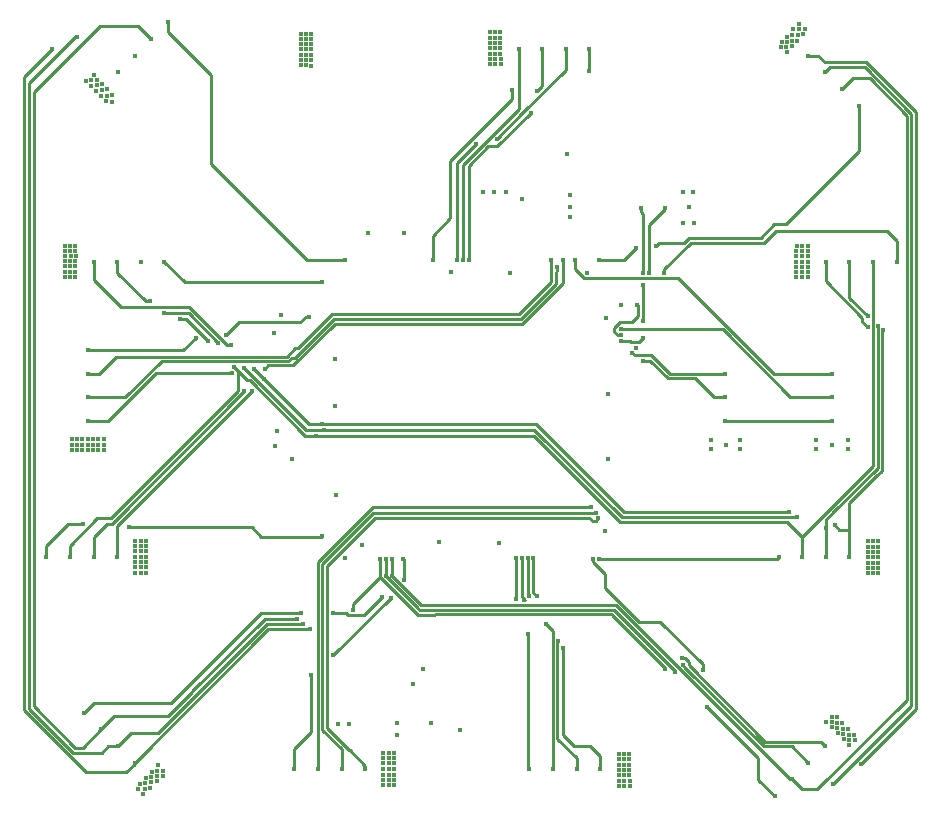
<source format=gbr>
G04 #@! TF.GenerationSoftware,KiCad,Pcbnew,5.0.0-fee4fd1~66~ubuntu16.04.1*
G04 #@! TF.CreationDate,2018-08-28T19:09:17-04:00*
G04 #@! TF.ProjectId,SmallKat Jumbo Motherboard,536D616C6C4B6174204A756D626F204D,rev?*
G04 #@! TF.SameCoordinates,Original*
G04 #@! TF.FileFunction,Copper,L2,Inr,Signal*
G04 #@! TF.FilePolarity,Positive*
%FSLAX46Y46*%
G04 Gerber Fmt 4.6, Leading zero omitted, Abs format (unit mm)*
G04 Created by KiCad (PCBNEW 5.0.0-fee4fd1~66~ubuntu16.04.1) date Tue Aug 28 19:09:17 2018*
%MOMM*%
%LPD*%
G01*
G04 APERTURE LIST*
G04 #@! TA.AperFunction,ViaPad*
%ADD10C,0.400000*%
G04 #@! TD*
G04 #@! TA.AperFunction,Conductor*
%ADD11C,0.250000*%
G04 #@! TD*
G04 APERTURE END LIST*
D10*
G04 #@! TO.N,GND*
X13900000Y-70600000D03*
X13500000Y-70150000D03*
X13400000Y-70600000D03*
X13400000Y-71050000D03*
X12950000Y-70700000D03*
X12900000Y-71150000D03*
X13350000Y-71500000D03*
X12900000Y-71600000D03*
X12450000Y-71200000D03*
X12350000Y-71650000D03*
X12800000Y-72050000D03*
X12350000Y-72150000D03*
X11900000Y-71750000D03*
X11750000Y-72200000D03*
X12200000Y-72600000D03*
X66200000Y-9350000D03*
X66650000Y-9350000D03*
X66250000Y-8900000D03*
X66700000Y-8900000D03*
X67150000Y-9250000D03*
X67150000Y-8800000D03*
X66700000Y-8450000D03*
X67150000Y-8350000D03*
X67600000Y-8800000D03*
X67650000Y-8350000D03*
X67250000Y-7850000D03*
X67700000Y-7800000D03*
X68100000Y-8250000D03*
X68200000Y-7800000D03*
X67750000Y-7350000D03*
X72450000Y-68000000D03*
X72000000Y-68450000D03*
X72000000Y-68000000D03*
X72400000Y-67550000D03*
X71950000Y-67550000D03*
X71500000Y-67950000D03*
X71450000Y-67500000D03*
X71900000Y-67050000D03*
X71450000Y-67050000D03*
X71000000Y-67450000D03*
X70950000Y-67000000D03*
X71400000Y-66550000D03*
X70950000Y-66550000D03*
X70500000Y-66950000D03*
X70500000Y-66500000D03*
X70950000Y-66100000D03*
X70500000Y-66050000D03*
X70050000Y-66450000D03*
X42500000Y-10800000D03*
X42000000Y-10800000D03*
X41550000Y-10800000D03*
X41550000Y-10350000D03*
X42000000Y-10350000D03*
X42500000Y-10350000D03*
X42450000Y-9900000D03*
X42000000Y-9900000D03*
X41550000Y-9900000D03*
X41550000Y-9450000D03*
X42000000Y-9450000D03*
X42450000Y-9450000D03*
X42450000Y-9000000D03*
X42000000Y-9000000D03*
X41550000Y-9000000D03*
X41550000Y-8550000D03*
X42000000Y-8550000D03*
X42450000Y-8550000D03*
X42450000Y-8100000D03*
X42000000Y-8100000D03*
X41550000Y-8100000D03*
X58750000Y-21600000D03*
X57950000Y-21600000D03*
X58400000Y-22850000D03*
X57950000Y-24250000D03*
X58800000Y-24250000D03*
X67550000Y-26150000D03*
X68000000Y-26150000D03*
X68450000Y-26150000D03*
X68450000Y-26600000D03*
X68000000Y-26600000D03*
X67500000Y-26600000D03*
X67500000Y-27050000D03*
X68000000Y-27050000D03*
X68450000Y-27050000D03*
X68450000Y-27500000D03*
X68000000Y-27500000D03*
X67500000Y-27500000D03*
X67500000Y-27950000D03*
X68000000Y-27950000D03*
X68450000Y-27950000D03*
X68450000Y-28400000D03*
X68000000Y-28400000D03*
X67500000Y-28400000D03*
X67500000Y-28850000D03*
X68000000Y-28850000D03*
X68450000Y-28850000D03*
X73550000Y-51200000D03*
X74000000Y-51200000D03*
X74450000Y-51200000D03*
X74450000Y-51650000D03*
X74000000Y-51650000D03*
X73550000Y-51650000D03*
X73550000Y-52100000D03*
X74000000Y-52100000D03*
X74450000Y-52100000D03*
X74450000Y-52550000D03*
X74000000Y-52550000D03*
X73550000Y-52550000D03*
X73550000Y-53000000D03*
X74000000Y-53000000D03*
X74450000Y-53000000D03*
X74450000Y-53450000D03*
X74000000Y-53450000D03*
X73550000Y-53450000D03*
X73550000Y-53900000D03*
X74000000Y-53900000D03*
X74450000Y-53900000D03*
X32550000Y-69100000D03*
X33000000Y-69100000D03*
X33450000Y-69100000D03*
X33450000Y-69550000D03*
X33000000Y-69550000D03*
X32550000Y-69550000D03*
X33450000Y-70000000D03*
X33000000Y-70000000D03*
X32550000Y-70000000D03*
X32550000Y-70500000D03*
X33000000Y-70500000D03*
X33450000Y-70500000D03*
X33450000Y-70950000D03*
X33000000Y-70950000D03*
X32550000Y-70950000D03*
X32550000Y-71400000D03*
X33000000Y-71400000D03*
X33450000Y-71400000D03*
X33450000Y-71850000D03*
X33000000Y-71850000D03*
X32550000Y-71850000D03*
X53350000Y-69200000D03*
X52900000Y-69200000D03*
X52900000Y-69650000D03*
X53350000Y-69650000D03*
X53350000Y-70100000D03*
X52900000Y-70100000D03*
X52900000Y-70550000D03*
X53350000Y-70550000D03*
X53350000Y-71000000D03*
X52900000Y-71000000D03*
X52900000Y-71450000D03*
X53400000Y-71450000D03*
X53400000Y-71900000D03*
X52950000Y-71900000D03*
X52500000Y-71900000D03*
X28700000Y-66700000D03*
X29600000Y-66700000D03*
X33700000Y-67550000D03*
X33700000Y-66550000D03*
X39000000Y-67200000D03*
X36600000Y-66600000D03*
X35050000Y-63300000D03*
X35900000Y-62000000D03*
X70500000Y-43000000D03*
X71850000Y-42650000D03*
X71850000Y-43400000D03*
X69200000Y-43400000D03*
X69200000Y-42650000D03*
X61550000Y-43000000D03*
X62700000Y-42650000D03*
X62700000Y-43350000D03*
X60250000Y-43350000D03*
X60250000Y-42650000D03*
X48050000Y-18400000D03*
X48300000Y-23750000D03*
X48300000Y-22850000D03*
X48350000Y-21850000D03*
X40950000Y-21650000D03*
X41900000Y-21650000D03*
X42900000Y-21600000D03*
X44300000Y-22250000D03*
X12450000Y-51150000D03*
X12000000Y-51150000D03*
X11550000Y-51150000D03*
X11550000Y-51600000D03*
X12000000Y-51600000D03*
X12450000Y-51600000D03*
X12450000Y-52050000D03*
X12000000Y-52050000D03*
X11550000Y-52050000D03*
X11550000Y-52500000D03*
X12000000Y-52500000D03*
X12450000Y-52500000D03*
X12450000Y-52950000D03*
X12000000Y-52950000D03*
X11550000Y-52950000D03*
X11550000Y-53400000D03*
X12000000Y-53400000D03*
X12450000Y-53400000D03*
X12450000Y-53850000D03*
X12000000Y-53850000D03*
X11550000Y-53850000D03*
X8850000Y-42550000D03*
X8850000Y-43000000D03*
X8850000Y-43450000D03*
X8400000Y-43450000D03*
X8400000Y-43000000D03*
X8400000Y-42550000D03*
X7950000Y-42550000D03*
X7950000Y-43000000D03*
X7950000Y-43450000D03*
X7500000Y-43450000D03*
X7500000Y-43000000D03*
X7500000Y-42550000D03*
X7050000Y-42550000D03*
X7050000Y-43000000D03*
X7050000Y-43450000D03*
X6600000Y-43450000D03*
X6600000Y-43000000D03*
X6600000Y-42550000D03*
X6150000Y-42550000D03*
X6150000Y-43000000D03*
X6150000Y-43450000D03*
X6450000Y-28800000D03*
X6000000Y-28800000D03*
X5550000Y-28800000D03*
X5550000Y-28350000D03*
X6000000Y-28350000D03*
X6450000Y-28350000D03*
X6450000Y-27900000D03*
X6000000Y-27900000D03*
X5575000Y-27900000D03*
X6450000Y-27475000D03*
X6025000Y-27475000D03*
X5600000Y-27450000D03*
X6475000Y-27050000D03*
X6050000Y-27050000D03*
X5625000Y-27025000D03*
X6450000Y-26625000D03*
X6025000Y-26600000D03*
X5600000Y-26600000D03*
X6450000Y-26175000D03*
X6025000Y-26175000D03*
X5600000Y-26175000D03*
X9575000Y-13375000D03*
X9125000Y-12925000D03*
X8750000Y-12500000D03*
X8325000Y-12125000D03*
X8000000Y-11700000D03*
X7825000Y-12150000D03*
X8275000Y-12575000D03*
X8675000Y-13000000D03*
X9100000Y-13450000D03*
X9575000Y-13975000D03*
X9075000Y-13900000D03*
X8650000Y-13475000D03*
X8225000Y-13075000D03*
X7825000Y-12650000D03*
X7400000Y-12250000D03*
X26450000Y-10950000D03*
X26000000Y-10900000D03*
X25550000Y-10900000D03*
X25550000Y-10450000D03*
X26000000Y-10450000D03*
X26450000Y-10450000D03*
X26450000Y-10000000D03*
X26000000Y-10000000D03*
X25550000Y-10000000D03*
X25550000Y-9550000D03*
X26000000Y-9550000D03*
X26450000Y-9550000D03*
X26450000Y-9100000D03*
X26000000Y-9100000D03*
X25550000Y-9100000D03*
X25550000Y-8650000D03*
X26000000Y-8650000D03*
X26450000Y-8650000D03*
X26450000Y-8200000D03*
X26000000Y-8200000D03*
X25550000Y-8200000D03*
X25550000Y-9100000D03*
X25550000Y-9100000D03*
X6450000Y-26625000D03*
X6450000Y-26625000D03*
X28450000Y-35750000D03*
X28450000Y-39750000D03*
X24800000Y-44200000D03*
X23400000Y-43100000D03*
X28500000Y-47250000D03*
X30750000Y-51500000D03*
X37250000Y-51250000D03*
X42300000Y-51350000D03*
X51300000Y-50300000D03*
X51600000Y-44250000D03*
X51550000Y-38750000D03*
X51400000Y-32250000D03*
X49750000Y-28450000D03*
X43300000Y-28500000D03*
X38250000Y-28400000D03*
X34260000Y-25070000D03*
X52450000Y-71450000D03*
X52450000Y-71000000D03*
X52450000Y-70550000D03*
X52450000Y-70100000D03*
X52450000Y-69650000D03*
X52450000Y-69200000D03*
X23565000Y-41850000D03*
X23850000Y-32000000D03*
X23260000Y-33560000D03*
X31250000Y-25050000D03*
X66700000Y-9800000D03*
X13850000Y-71100000D03*
G04 #@! TO.N,+3V3*
X61500000Y-41000000D03*
X70500000Y-41000000D03*
G04 #@! TO.N,SWCLK*
X70500000Y-37000000D03*
X48750000Y-27380000D03*
G04 #@! TO.N,SWDIO*
X70500000Y-39000000D03*
X52620000Y-33250000D03*
G04 #@! TO.N,SCK5*
X27380000Y-41250000D03*
X21600000Y-36600000D03*
X19600000Y-34548000D03*
X8000000Y-27500000D03*
X10000000Y-52500000D03*
X21400000Y-38500000D03*
X22450000Y-37450000D03*
X72000000Y-52500000D03*
X74880852Y-33306296D03*
X73548000Y-33050000D03*
X70000000Y-27500000D03*
X70750000Y-49850000D03*
X66900000Y-48720990D03*
G04 #@! TO.N,MISO5*
X10000000Y-27500000D03*
X12800000Y-30850000D03*
X14000000Y-31900000D03*
X18564966Y-34435034D03*
X20700000Y-36500000D03*
X27537247Y-41772998D03*
X8000000Y-52500000D03*
X20750000Y-38450000D03*
X70000000Y-52500000D03*
X74452000Y-33000000D03*
X73548000Y-32100000D03*
X72000000Y-27500000D03*
X67572990Y-49172990D03*
X70000000Y-50100000D03*
G04 #@! TO.N,MOSI5*
X26793924Y-42274039D03*
X19900000Y-36450000D03*
X17700000Y-34250000D03*
X15300000Y-32352000D03*
X12000000Y-27500000D03*
X6000000Y-52500000D03*
X68000000Y-52500000D03*
X74000000Y-27500000D03*
G04 #@! TO.N,SCK1*
X32250000Y-52650000D03*
X56405387Y-61994613D03*
X57800000Y-61100000D03*
X69939340Y-68525126D03*
X11474874Y-69939340D03*
X68525126Y-10060660D03*
X26350000Y-58650000D03*
X29950000Y-57000000D03*
X10060660Y-11474874D03*
X4500000Y-9500000D03*
X72969613Y-70019613D03*
G04 #@! TO.N,MISO1*
X32750000Y-52650000D03*
X57230387Y-62219613D03*
X57944613Y-61655387D03*
X68525126Y-69939340D03*
X32750000Y-54100000D03*
X10060660Y-68525126D03*
X69939340Y-11474874D03*
X25700000Y-58198000D03*
X6600000Y-8500000D03*
X11474874Y-10060660D03*
X70600000Y-71750000D03*
G04 #@! TO.N,MOSI1*
X33250000Y-52650000D03*
X67110913Y-71353553D03*
X33250000Y-54133656D03*
X8646447Y-67110913D03*
X71353553Y-12889087D03*
X25200000Y-57746000D03*
X28300000Y-57300000D03*
X32408708Y-55873221D03*
X12889087Y-8646447D03*
G04 #@! TO.N,SCK4*
X44250000Y-52600000D03*
X50900000Y-70500000D03*
X44450000Y-56139828D03*
X47729010Y-60200000D03*
G04 #@! TO.N,MISO4*
X44750000Y-52600000D03*
X48900000Y-70500000D03*
X47352000Y-59600000D03*
X44882192Y-55812720D03*
G04 #@! TO.N,MOSI4*
X45250000Y-52600000D03*
X45550000Y-55850000D03*
X46900000Y-70500000D03*
X46350000Y-58200000D03*
G04 #@! TO.N,SCK2*
X50750000Y-49250000D03*
X31000000Y-70500000D03*
G04 #@! TO.N,MISO2*
X50500000Y-48800000D03*
X29000000Y-70500000D03*
G04 #@! TO.N,MOSI2*
X50150000Y-48300000D03*
X50150000Y-48300000D03*
X27000000Y-70500000D03*
G04 #@! TO.N,TX*
X53620000Y-35250000D03*
X61500000Y-37000000D03*
G04 #@! TO.N,RX*
X53900000Y-34800000D03*
X61500000Y-39000000D03*
X54500000Y-35901999D03*
G04 #@! TO.N,USBDM*
X52620000Y-34250000D03*
X54500000Y-34000000D03*
X54500000Y-32550000D03*
X54500000Y-29450000D03*
X54500000Y-28450000D03*
X54360000Y-22940000D03*
G04 #@! TO.N,USBDP*
X52650000Y-33750000D03*
X54048000Y-31150000D03*
X55027001Y-28450001D03*
X56360000Y-22940000D03*
G04 #@! TO.N,SCK3*
X7500000Y-41000000D03*
X19685964Y-36931581D03*
X22500000Y-36600000D03*
X47750000Y-27380000D03*
G04 #@! TO.N,MISO3*
X47220652Y-28004130D03*
X7500000Y-39000000D03*
G04 #@! TO.N,MOSI3*
X7500000Y-37000000D03*
X46750000Y-27380000D03*
G04 #@! TO.N,MISO6*
X39750000Y-27400000D03*
X46000000Y-9500000D03*
X45000000Y-14900000D03*
X45530387Y-13080387D03*
G04 #@! TO.N,SCK6*
X39250000Y-27400000D03*
X44000000Y-9500000D03*
G04 #@! TO.N,MOSI6*
X38750000Y-27400000D03*
X48000000Y-9500000D03*
X40400000Y-17550000D03*
X42144613Y-17094613D03*
X48000000Y-9500000D03*
G04 #@! TO.N,CS1_1*
X29250000Y-27400000D03*
X14303301Y-7232233D03*
G04 #@! TO.N,CS1_2*
X50800000Y-27350000D03*
X53900000Y-26350000D03*
X55650000Y-26150000D03*
X72767767Y-14303301D03*
G04 #@! TO.N,CS2*
X25000000Y-70500000D03*
X26450000Y-62500000D03*
X28250000Y-60850000D03*
X33150000Y-55950000D03*
X34250000Y-54450000D03*
X34227002Y-52700000D03*
G04 #@! TO.N,CS1_3*
X29250000Y-52620000D03*
X25600000Y-57294000D03*
X7232233Y-65696699D03*
G04 #@! TO.N,CS1_4*
X50250000Y-52650000D03*
X59600000Y-62100000D03*
X59950000Y-65200000D03*
X65696699Y-72767767D03*
G04 #@! TO.N,CS5_1*
X27350000Y-29250000D03*
X14000000Y-27500000D03*
G04 #@! TO.N,CS5_2*
X52700000Y-31200000D03*
X56300000Y-28450000D03*
X76000000Y-27500000D03*
G04 #@! TO.N,CS3*
X26250000Y-32200000D03*
X19250000Y-33700000D03*
X16650000Y-33950000D03*
X7500000Y-35000000D03*
G04 #@! TO.N,CS4*
X43750000Y-52600000D03*
X43800000Y-56050000D03*
X44750000Y-59050000D03*
X44900000Y-70500000D03*
G04 #@! TO.N,CS5_3*
X4000000Y-52500000D03*
X7100000Y-49750000D03*
X11000000Y-50000000D03*
X27380000Y-50750000D03*
G04 #@! TO.N,CS5_4*
X50800000Y-52650000D03*
X66000000Y-52500000D03*
G04 #@! TO.N,CS6*
X36700000Y-27400000D03*
X43450000Y-13000000D03*
X49950000Y-11350000D03*
X49950000Y-9500000D03*
G04 #@! TD*
D11*
G04 #@! TO.N,+3V3*
X61500000Y-41000000D02*
X70500000Y-41000000D01*
G04 #@! TO.N,SWCLK*
X70500000Y-37000000D02*
X65583172Y-37000000D01*
X57485173Y-28902001D02*
X49533039Y-28902001D01*
X49533039Y-28902001D02*
X48800000Y-28168962D01*
X65583172Y-37000000D02*
X57485173Y-28902001D01*
X48800000Y-27430000D02*
X48750000Y-27380000D01*
X48800000Y-28168962D02*
X48800000Y-27430000D01*
G04 #@! TO.N,SWDIO*
X68800000Y-39000000D02*
X68750000Y-38950000D01*
X70500000Y-39000000D02*
X68800000Y-39000000D01*
X68750000Y-38950000D02*
X67000000Y-38950000D01*
X67000000Y-38950000D02*
X61300000Y-33250000D01*
X61300000Y-33250000D02*
X52620000Y-33250000D01*
G04 #@! TO.N,SCK5*
X27380000Y-41250000D02*
X26250000Y-41250000D01*
X19317158Y-34548000D02*
X16119158Y-31350000D01*
X19600000Y-34548000D02*
X19317158Y-34548000D01*
X16119158Y-31350000D02*
X10300000Y-31350000D01*
X8000000Y-29050000D02*
X8000000Y-27500000D01*
X10300000Y-31350000D02*
X8000000Y-29050000D01*
X10000000Y-52500000D02*
X10000000Y-51550000D01*
X10000000Y-49900000D02*
X21400000Y-38500000D01*
X10000000Y-51550000D02*
X10000000Y-49900000D01*
X22450000Y-37450000D02*
X21600000Y-36600000D01*
X26250000Y-41250000D02*
X22450000Y-37450000D01*
X72000000Y-47950000D02*
X74350000Y-45600000D01*
X74350000Y-45600000D02*
X74650000Y-45300000D01*
X74754020Y-45195980D02*
X74754020Y-45112324D01*
X74650000Y-45300000D02*
X74754020Y-45195980D01*
X74754020Y-33433128D02*
X74880852Y-33306296D01*
X74754020Y-45112324D02*
X74754020Y-33433128D01*
X73095999Y-32597999D02*
X73095999Y-32245999D01*
X73548000Y-33050000D02*
X73095999Y-32597999D01*
X70000000Y-29150000D02*
X70000000Y-27500000D01*
X73095999Y-32245999D02*
X70000000Y-29150000D01*
X72000000Y-50250000D02*
X72000000Y-47950000D01*
X71150000Y-50250000D02*
X70750000Y-49850000D01*
X72000000Y-52500000D02*
X72000000Y-50250000D01*
X72000000Y-50250000D02*
X71150000Y-50250000D01*
X66900000Y-48720990D02*
X56929010Y-48720990D01*
X56929010Y-48720990D02*
X56908020Y-48700000D01*
X28190000Y-41250000D02*
X28240000Y-41300000D01*
X27380000Y-41250000D02*
X28190000Y-41250000D01*
X28240000Y-41300000D02*
X45500000Y-41300000D01*
X52900000Y-48700000D02*
X53150000Y-48700000D01*
X45500000Y-41300000D02*
X52900000Y-48700000D01*
X56908020Y-48700000D02*
X53150000Y-48700000D01*
G04 #@! TO.N,MISO5*
X12400000Y-30850000D02*
X12800000Y-30850000D01*
X10000000Y-28450000D02*
X12400000Y-30850000D01*
X10000000Y-27500000D02*
X10000000Y-28450000D01*
X14000000Y-31900000D02*
X15000000Y-31900000D01*
X15000000Y-31900000D02*
X16000000Y-31900000D01*
X16000000Y-31900000D02*
X16100000Y-31900000D01*
X18564966Y-34364966D02*
X18564966Y-34435034D01*
X16100000Y-31900000D02*
X18564966Y-34364966D01*
X25972998Y-41772998D02*
X27537247Y-41772998D01*
X20700000Y-36500000D02*
X25972998Y-41772998D01*
X8000000Y-50800000D02*
X9100000Y-49700000D01*
X8000000Y-52500000D02*
X8000000Y-50800000D01*
X9100000Y-49700000D02*
X9550000Y-49700000D01*
X20750000Y-38500000D02*
X20750000Y-38450000D01*
X9550000Y-49700000D02*
X20750000Y-38500000D01*
X70650000Y-48683172D02*
X74377010Y-44956162D01*
X70650000Y-48700000D02*
X70650000Y-48683172D01*
X70000000Y-49350000D02*
X70650000Y-48700000D01*
X74377010Y-33074990D02*
X74452000Y-33000000D01*
X74377010Y-44956162D02*
X74377010Y-33074990D01*
X72000000Y-30552000D02*
X72000000Y-27500000D01*
X73548000Y-32100000D02*
X72000000Y-30552000D01*
X27537247Y-41772998D02*
X45306170Y-41772998D01*
X52706162Y-49172990D02*
X67572990Y-49172990D01*
X45306170Y-41772998D02*
X52706162Y-49172990D01*
X70000000Y-52500000D02*
X70000000Y-50100000D01*
X70000000Y-50100000D02*
X70000000Y-49350000D01*
G04 #@! TO.N,MOSI5*
X25940867Y-42274039D02*
X21216828Y-37550000D01*
X26793924Y-42274039D02*
X25940867Y-42274039D01*
X21000000Y-37550000D02*
X19900000Y-36450000D01*
X21216828Y-37550000D02*
X21000000Y-37550000D01*
X17700000Y-34250000D02*
X15800000Y-32350000D01*
X15302000Y-32350000D02*
X15300000Y-32352000D01*
X15800000Y-32350000D02*
X15302000Y-32350000D01*
X6000000Y-51550000D02*
X8300000Y-49250000D01*
X6000000Y-52500000D02*
X6000000Y-51550000D01*
X8300000Y-49250000D02*
X9466828Y-49250000D01*
X9466828Y-49250000D02*
X9466828Y-49233172D01*
X9466828Y-49233172D02*
X20250000Y-38450000D01*
X20250000Y-36800000D02*
X19900000Y-36450000D01*
X20250000Y-38450000D02*
X20250000Y-36800000D01*
X74000000Y-44800000D02*
X74000000Y-27500000D01*
X68000000Y-50800000D02*
X74000000Y-44800000D01*
X68000000Y-52500000D02*
X68000000Y-50800000D01*
X26793924Y-42274039D02*
X45274039Y-42274039D01*
X45274039Y-42274039D02*
X52550000Y-49550000D01*
X66750000Y-49550000D02*
X68000000Y-50800000D01*
X52550000Y-49550000D02*
X66750000Y-49550000D01*
G04 #@! TO.N,SCK1*
X32250000Y-52650000D02*
X32250000Y-54150000D01*
X32250000Y-54200000D02*
X35250000Y-57200000D01*
X35250000Y-57200000D02*
X35400000Y-57350000D01*
X35400000Y-57350000D02*
X35450000Y-57400000D01*
X36900000Y-57400000D02*
X36922990Y-57377010D01*
X35450000Y-57400000D02*
X36900000Y-57400000D01*
X36922990Y-57377010D02*
X51893838Y-57377010D01*
X51893838Y-57377010D02*
X51893838Y-57393838D01*
X51893838Y-57393838D02*
X55400000Y-60900000D01*
X56405387Y-61905387D02*
X56405387Y-61994613D01*
X55400000Y-60900000D02*
X56405387Y-61905387D01*
X58396614Y-61413772D02*
X58396614Y-61680270D01*
X58082842Y-61100000D02*
X58396614Y-61413772D01*
X57800000Y-61100000D02*
X58082842Y-61100000D01*
X58396614Y-61680270D02*
X64889334Y-68172990D01*
X64889334Y-68172990D02*
X64912324Y-68150000D01*
X69564214Y-68150000D02*
X69939340Y-68525126D01*
X64912324Y-68150000D02*
X69564214Y-68150000D01*
X32250000Y-54150000D02*
X32250000Y-54200000D01*
X22764214Y-58650000D02*
X24337339Y-58650000D01*
X24337339Y-58650000D02*
X26350000Y-58650000D01*
X11474874Y-69939340D02*
X22764214Y-58650000D01*
X29950000Y-56500000D02*
X32250000Y-54200000D01*
X29950000Y-57000000D02*
X29950000Y-56500000D01*
X2100000Y-65483172D02*
X2100000Y-11900000D01*
X11474874Y-69939340D02*
X11474874Y-70025126D01*
X11474874Y-70025126D02*
X10750000Y-70750000D01*
X10750000Y-70750000D02*
X7366828Y-70750000D01*
X2100000Y-11900000D02*
X4500000Y-9500000D01*
X7366828Y-70750000D02*
X2100000Y-65483172D01*
X69332233Y-10060660D02*
X69921573Y-10650000D01*
X68525126Y-10060660D02*
X69332233Y-10060660D01*
X73416344Y-10650000D02*
X77604018Y-14837674D01*
X69921573Y-10650000D02*
X73416344Y-10650000D01*
X77604018Y-14837674D02*
X77604018Y-65395982D01*
X72980387Y-70019613D02*
X72969613Y-70019613D01*
X77604018Y-65395982D02*
X72980387Y-70019613D01*
G04 #@! TO.N,MISO1*
X32750000Y-52650000D02*
X32750000Y-52932842D01*
X32750000Y-52932842D02*
X32750000Y-54100000D01*
X32750000Y-54166828D02*
X35441586Y-56858414D01*
X35441586Y-56858414D02*
X35583172Y-57000000D01*
X35583172Y-57000000D02*
X52050000Y-57000000D01*
X57230387Y-62180387D02*
X57230387Y-62219613D01*
X52050000Y-57000000D02*
X57230387Y-62180387D01*
X58000000Y-61710774D02*
X58000000Y-61816828D01*
X57944613Y-61655387D02*
X58000000Y-61710774D01*
X58000000Y-61816828D02*
X64733172Y-68550000D01*
X67135786Y-68550000D02*
X68525126Y-69939340D01*
X64733172Y-68550000D02*
X67135786Y-68550000D01*
X32750000Y-54100000D02*
X32750000Y-54166828D01*
X22683042Y-58198000D02*
X13481042Y-67400000D01*
X25700000Y-58198000D02*
X22683042Y-58198000D01*
X11185786Y-67400000D02*
X10060660Y-68525126D01*
X13481042Y-67400000D02*
X11185786Y-67400000D01*
X9253553Y-68525126D02*
X8678679Y-69100000D01*
X10060660Y-68525126D02*
X9253553Y-68525126D01*
X8678679Y-69100000D02*
X6250000Y-69100000D01*
X6250000Y-69100000D02*
X2550000Y-65400000D01*
X2550000Y-65400000D02*
X2550000Y-12400000D01*
X6450000Y-8500000D02*
X6600000Y-8500000D01*
X2550000Y-12400000D02*
X6450000Y-8500000D01*
X77227010Y-65122990D02*
X77227009Y-14993837D01*
X70600000Y-71750000D02*
X77227010Y-65122990D01*
X77227009Y-14993837D02*
X73283172Y-11050000D01*
X73283172Y-11050000D02*
X70350000Y-11050000D01*
X69939340Y-11460660D02*
X69939340Y-11474874D01*
X70350000Y-11050000D02*
X69939340Y-11460660D01*
G04 #@! TO.N,MOSI1*
X33250000Y-52650000D02*
X33250000Y-54133656D01*
X33250000Y-54133656D02*
X35708172Y-56591828D01*
X35708172Y-56591828D02*
X52241828Y-56591828D01*
X67003553Y-71353553D02*
X67110913Y-71353553D01*
X52241828Y-56591828D02*
X67003553Y-71353553D01*
X9742461Y-66014899D02*
X14285101Y-66014899D01*
X8646447Y-67110913D02*
X9742461Y-66014899D01*
X14285101Y-66014899D02*
X16350000Y-63950000D01*
X16350000Y-63950000D02*
X16350000Y-63900000D01*
X16350000Y-63900000D02*
X22500000Y-57750000D01*
X25196000Y-57750000D02*
X25200000Y-57746000D01*
X22500000Y-57750000D02*
X25196000Y-57750000D01*
X28300000Y-57300000D02*
X29400000Y-57300000D01*
X30829928Y-57452001D02*
X30881929Y-57400000D01*
X29552001Y-57452001D02*
X30829928Y-57452001D01*
X29400000Y-57300000D02*
X29552001Y-57452001D01*
X30881929Y-57400000D02*
X32408708Y-55873221D01*
X8646447Y-67110913D02*
X7107360Y-68650000D01*
X7107360Y-68650000D02*
X6450000Y-68650000D01*
X6450000Y-68650000D02*
X2950000Y-65150000D01*
X2950000Y-65150000D02*
X2950000Y-13150000D01*
X2950000Y-13150000D02*
X8550000Y-7550000D01*
X11792640Y-7550000D02*
X12889087Y-8646447D01*
X8550000Y-7550000D02*
X11792640Y-7550000D01*
X67153553Y-71353553D02*
X67110913Y-71353553D01*
X68000000Y-72200000D02*
X67153553Y-71353553D01*
X71353553Y-12889087D02*
X71410913Y-12889087D01*
X76850000Y-15150000D02*
X76850000Y-64600000D01*
X72300000Y-12000000D02*
X73700000Y-12000000D01*
X71410913Y-12889087D02*
X72300000Y-12000000D01*
X69250000Y-72200000D02*
X68000000Y-72200000D01*
X76850000Y-64600000D02*
X69250000Y-72200000D01*
X73700000Y-12000000D02*
X76850000Y-15150000D01*
G04 #@! TO.N,SCK4*
X44250000Y-55900000D02*
X44500000Y-56150000D01*
X44250000Y-52600000D02*
X44250000Y-55900000D01*
X47729010Y-67579010D02*
X47729010Y-60200000D01*
X50000000Y-68500000D02*
X48650000Y-68500000D01*
X50900000Y-70500000D02*
X50900000Y-69400000D01*
X50900000Y-69400000D02*
X50000000Y-68500000D01*
X48650000Y-68500000D02*
X47729010Y-67579010D01*
G04 #@! TO.N,MISO4*
X48900000Y-69550000D02*
X47277010Y-67927010D01*
X48900000Y-70500000D02*
X48900000Y-69550000D01*
X47277010Y-59674990D02*
X47352000Y-59600000D01*
X47277010Y-67927010D02*
X47277010Y-59674990D01*
X44750000Y-55680528D02*
X44750000Y-52600000D01*
X44882192Y-55812720D02*
X44750000Y-55680528D01*
G04 #@! TO.N,MOSI4*
X45250000Y-55550000D02*
X45550000Y-55850000D01*
X45250000Y-52600000D02*
X45250000Y-55550000D01*
X46900000Y-70500000D02*
X46900000Y-58750000D01*
X46900000Y-58750000D02*
X46350000Y-58200000D01*
G04 #@! TO.N,SCK2*
X50249999Y-49449999D02*
X49977010Y-49177010D01*
X50550001Y-49449999D02*
X50249999Y-49449999D01*
X50750000Y-49250000D02*
X50550001Y-49449999D01*
X49977010Y-49177010D02*
X31839334Y-49177010D01*
X31839334Y-49177010D02*
X27754020Y-53262324D01*
X27754020Y-53262324D02*
X27754020Y-67000000D01*
X27754020Y-67000000D02*
X29650000Y-68895980D01*
X29650000Y-68895980D02*
X29695980Y-68895980D01*
X31000000Y-70200000D02*
X31000000Y-70500000D01*
X29695980Y-68895980D02*
X31000000Y-70200000D01*
G04 #@! TO.N,MISO2*
X31683172Y-48800000D02*
X50500000Y-48800000D01*
X29000000Y-70500000D02*
X29000000Y-68800000D01*
X27377010Y-67177010D02*
X27377010Y-53106162D01*
X29000000Y-68800000D02*
X27377010Y-67177010D01*
X27377010Y-53106162D02*
X31683172Y-48800000D01*
G04 #@! TO.N,MOSI2*
X50150000Y-48300000D02*
X31650000Y-48300000D01*
X27000000Y-52950000D02*
X27000000Y-70500000D01*
X31650000Y-48300000D02*
X27000000Y-52950000D01*
G04 #@! TO.N,TX*
X53819999Y-35449999D02*
X55219999Y-35449999D01*
X53620000Y-35250000D02*
X53819999Y-35449999D01*
X56770000Y-37000000D02*
X61500000Y-37000000D01*
X55219999Y-35449999D02*
X56770000Y-37000000D01*
G04 #@! TO.N,RX*
X56636828Y-37400000D02*
X58950000Y-37400000D01*
X54500000Y-35901999D02*
X54598001Y-35901999D01*
X54598001Y-35901999D02*
X54600000Y-35900000D01*
X58950000Y-37400000D02*
X60550000Y-39000000D01*
X54600000Y-35900000D02*
X55136828Y-35900000D01*
X60550000Y-39000000D02*
X61500000Y-39000000D01*
X55136828Y-35900000D02*
X56636828Y-37400000D01*
G04 #@! TO.N,USBDM*
X53430000Y-34250000D02*
X53480000Y-34300000D01*
X52620000Y-34250000D02*
X53430000Y-34250000D01*
X54200000Y-34300000D02*
X54500000Y-34000000D01*
X53480000Y-34300000D02*
X54200000Y-34300000D01*
X54500000Y-32550000D02*
X54500000Y-29450000D01*
X54500000Y-28450000D02*
X54500000Y-23450000D01*
X54360000Y-23310000D02*
X54360000Y-22940000D01*
X54500000Y-23450000D02*
X54360000Y-23310000D01*
G04 #@! TO.N,USBDP*
X52367158Y-33750000D02*
X52050000Y-33432842D01*
X52650000Y-33750000D02*
X52367158Y-33750000D01*
X52050000Y-33151038D02*
X52551038Y-32650000D01*
X52050000Y-33432842D02*
X52050000Y-33151038D01*
X52551038Y-32650000D02*
X53600000Y-32650000D01*
X53600000Y-32650000D02*
X54100000Y-32150000D01*
X54100000Y-32150000D02*
X54100000Y-31202000D01*
X54100000Y-31202000D02*
X54048000Y-31150000D01*
X55027001Y-28450001D02*
X55027001Y-24422999D01*
X56360000Y-23090000D02*
X56360000Y-22940000D01*
X55027001Y-24422999D02*
X56360000Y-23090000D01*
G04 #@! TO.N,SCK3*
X9233172Y-41000000D02*
X12983172Y-37250000D01*
X7500000Y-41000000D02*
X9233172Y-41000000D01*
X12983172Y-37250000D02*
X13216586Y-37016586D01*
X13301591Y-36931581D02*
X19685964Y-36931581D01*
X13216586Y-37016586D02*
X13301591Y-36931581D01*
X47750000Y-29316344D02*
X47750000Y-27380000D01*
X28466344Y-32750000D02*
X44316344Y-32750000D01*
X22500000Y-36600000D02*
X22795980Y-36304020D01*
X44316344Y-32750000D02*
X47750000Y-29316344D01*
X22795980Y-36304020D02*
X24912324Y-36304020D01*
X24912324Y-36304020D02*
X28466344Y-32750000D01*
G04 #@! TO.N,MISO3*
X47220652Y-28286972D02*
X47127010Y-28380614D01*
X47220652Y-28004130D02*
X47220652Y-28286972D01*
X47127010Y-28380614D02*
X47127009Y-29406163D01*
X44433172Y-32100000D02*
X44179152Y-32354020D01*
X47127009Y-29406163D02*
X44433172Y-32100000D01*
X44179152Y-32354020D02*
X28329152Y-32354020D01*
X25033172Y-35650000D02*
X24783172Y-35650000D01*
X24783172Y-35650000D02*
X24506162Y-35927010D01*
X28329152Y-32354020D02*
X25033172Y-35650000D01*
X24506162Y-35927010D02*
X13772990Y-35927010D01*
X10700000Y-39000000D02*
X7500000Y-39000000D01*
X13772990Y-35927010D02*
X10700000Y-39000000D01*
G04 #@! TO.N,MOSI3*
X46750000Y-29250000D02*
X46750000Y-27380000D01*
X28172990Y-31977010D02*
X44022990Y-31977010D01*
X44022990Y-31977010D02*
X46750000Y-29250000D01*
X25047999Y-34852001D02*
X25297999Y-34852001D01*
X24350000Y-35550000D02*
X25047999Y-34852001D01*
X25297999Y-34852001D02*
X28172990Y-31977010D01*
X7500000Y-37000000D02*
X8450000Y-37000000D01*
X9900000Y-35550000D02*
X24350000Y-35550000D01*
X8450000Y-37000000D02*
X9900000Y-35550000D01*
G04 #@! TO.N,MISO6*
X39750000Y-27400000D02*
X39750000Y-19383172D01*
X39750000Y-19383172D02*
X41433172Y-17700000D01*
X42200000Y-17700000D02*
X45000000Y-14900000D01*
X41433172Y-17700000D02*
X42200000Y-17700000D01*
X46000000Y-12610774D02*
X46000000Y-9500000D01*
X45530387Y-13080387D02*
X46000000Y-12610774D01*
G04 #@! TO.N,SCK6*
X44000000Y-9500000D02*
X44000000Y-14600000D01*
X39250000Y-19350000D02*
X39250000Y-27400000D01*
X44000000Y-14600000D02*
X39250000Y-19350000D01*
G04 #@! TO.N,MOSI6*
X38750000Y-19200000D02*
X40400000Y-17550000D01*
X38750000Y-27400000D02*
X38750000Y-19200000D01*
X44377010Y-14862216D02*
X44387784Y-14862216D01*
X42144613Y-17094613D02*
X44377010Y-14862216D01*
X48000000Y-11250000D02*
X48000000Y-11200000D01*
X48000000Y-11200000D02*
X48000000Y-9500000D01*
X44387784Y-14862216D02*
X48000000Y-11250000D01*
G04 #@! TO.N,CS1_1*
X14303301Y-8039340D02*
X17950000Y-11686039D01*
X14303301Y-7232233D02*
X14303301Y-8039340D01*
X17950000Y-11686039D02*
X17950000Y-19250000D01*
X26100000Y-27400000D02*
X29250000Y-27400000D01*
X17950000Y-19250000D02*
X26100000Y-27400000D01*
G04 #@! TO.N,CS1_2*
X52900000Y-27350000D02*
X53900000Y-26350000D01*
X50800000Y-27350000D02*
X52900000Y-27350000D01*
X55849999Y-25950001D02*
X57983985Y-25950001D01*
X55650000Y-26150000D02*
X55849999Y-25950001D01*
X57983985Y-25950001D02*
X58433986Y-25500000D01*
X58433986Y-25500000D02*
X64500000Y-25500000D01*
X64500000Y-25500000D02*
X65650000Y-24350000D01*
X65650000Y-24350000D02*
X66600000Y-24350000D01*
X72767767Y-18182233D02*
X72767767Y-14303301D01*
X66600000Y-24350000D02*
X72767767Y-18182233D01*
G04 #@! TO.N,CS2*
X25000000Y-68800000D02*
X26450000Y-67350000D01*
X25000000Y-70500000D02*
X25000000Y-68800000D01*
X26450000Y-67350000D02*
X26450000Y-62500000D01*
X28250000Y-60850000D02*
X33150000Y-55950000D01*
X34250000Y-54450000D02*
X34250000Y-52750000D01*
X34250000Y-52722998D02*
X34227002Y-52700000D01*
X34250000Y-52750000D02*
X34250000Y-52722998D01*
G04 #@! TO.N,CS1_3*
X14550000Y-64900000D02*
X8028932Y-64900000D01*
X8028932Y-64900000D02*
X7232233Y-65696699D01*
X25600000Y-57294000D02*
X22156000Y-57294000D01*
X22156000Y-57294000D02*
X14550000Y-64900000D01*
G04 #@! TO.N,CS1_4*
X50250000Y-52932842D02*
X51300000Y-53982842D01*
X50250000Y-52650000D02*
X50250000Y-52932842D01*
X51300000Y-55116828D02*
X54183172Y-58000000D01*
X51300000Y-53982842D02*
X51300000Y-55116828D01*
X54183172Y-58000000D02*
X56000000Y-58000000D01*
X59600000Y-61600000D02*
X59600000Y-62100000D01*
X56000000Y-58000000D02*
X59600000Y-61600000D01*
X59950000Y-65200000D02*
X64300000Y-69550000D01*
X64300000Y-71371068D02*
X65696699Y-72767767D01*
X64300000Y-69550000D02*
X64300000Y-71371068D01*
G04 #@! TO.N,CS5_1*
X15750000Y-29250000D02*
X14000000Y-27500000D01*
X27350000Y-29250000D02*
X15750000Y-29250000D01*
G04 #@! TO.N,CS5_2*
X56300000Y-28167158D02*
X58567158Y-25900000D01*
X56300000Y-28450000D02*
X56300000Y-28167158D01*
X58567158Y-25900000D02*
X64800000Y-25900000D01*
X64800000Y-25900000D02*
X65750000Y-24950000D01*
X65750000Y-24950000D02*
X75200000Y-24950000D01*
X76000000Y-25750000D02*
X76000000Y-27500000D01*
X75200000Y-24950000D02*
X76000000Y-25750000D01*
G04 #@! TO.N,CS3*
X25967158Y-32200000D02*
X25517158Y-32650000D01*
X26250000Y-32200000D02*
X25967158Y-32200000D01*
X20300000Y-32650000D02*
X19250000Y-33700000D01*
X25517158Y-32650000D02*
X20300000Y-32650000D01*
X16650000Y-33950000D02*
X15600000Y-35000000D01*
X15600000Y-35000000D02*
X7500000Y-35000000D01*
G04 #@! TO.N,CS4*
X43750000Y-56000000D02*
X43800000Y-56050000D01*
X43750000Y-52600000D02*
X43750000Y-56000000D01*
X44750000Y-70350000D02*
X44900000Y-70500000D01*
X44750000Y-59050000D02*
X44750000Y-70350000D01*
G04 #@! TO.N,CS5_3*
X5800000Y-49750000D02*
X7100000Y-49750000D01*
X4000000Y-51550000D02*
X5800000Y-49750000D01*
X4000000Y-52500000D02*
X4000000Y-51550000D01*
X21400000Y-50000000D02*
X22200000Y-50800000D01*
X11000000Y-50000000D02*
X21400000Y-50000000D01*
X27330000Y-50800000D02*
X27380000Y-50750000D01*
X22200000Y-50800000D02*
X27330000Y-50800000D01*
G04 #@! TO.N,CS5_4*
X65850000Y-52650000D02*
X66000000Y-52500000D01*
X50800000Y-52650000D02*
X65850000Y-52650000D01*
G04 #@! TO.N,CS6*
X36700000Y-27400000D02*
X36700000Y-25350000D01*
X36700000Y-25350000D02*
X38200000Y-23850000D01*
X38200000Y-23850000D02*
X38200000Y-19000000D01*
X38200000Y-19000000D02*
X43450000Y-13750000D01*
X43450000Y-13750000D02*
X43450000Y-13000000D01*
X49950000Y-11350000D02*
X49950000Y-9500000D01*
G04 #@! TD*
M02*

</source>
